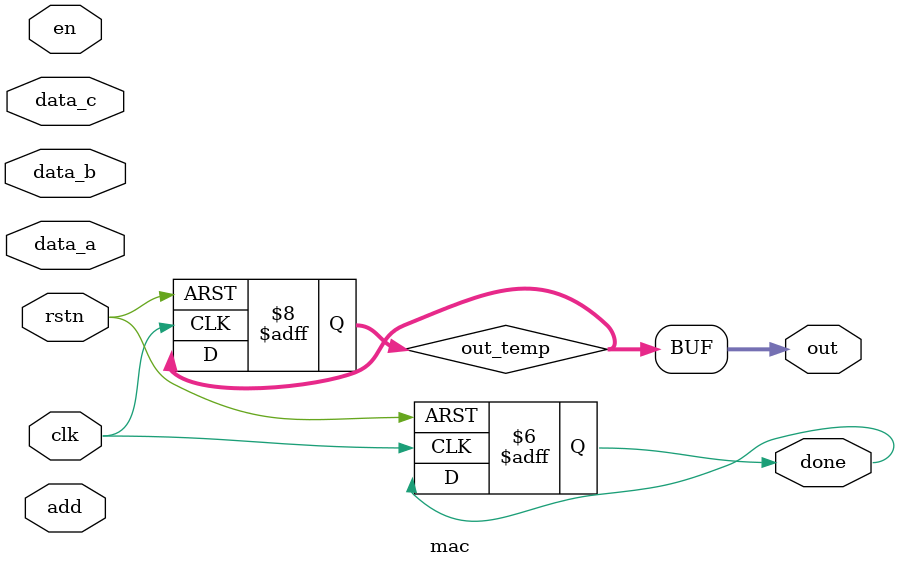
<source format=v>

module mac #(
    parameter integer A_BITWIDTH = 8,
    parameter integer B_BITWIDTH = A_BITWIDTH,
    parameter integer OUT_BITWIDTH = 20,
    parameter integer C_BITWIDTH = OUT_BITWIDTH - 1
)
(
    input                                   clk,
    input                                   rstn,
    input                                   en,
    input                                   add,
    input  [A_BITWIDTH-1:0]                 data_a, 
    input  [B_BITWIDTH-1:0]                 data_b,
    input  [C_BITWIDTH-1:0]                 data_c,
    output reg                              done,
    output [OUT_BITWIDTH-1:0]               out
    );

    localparam 
        STATE_IDLE = 2'b00, 
        STATE_MULT = 2'b01, 
        STATE_ACCM = 2'b10;
        
    reg [1:0]                               state;

    reg signed [OUT_BITWIDTH-1:0]           out_temp;

    reg signed [A_BITWIDTH-1:0]             data_a_bf;
    reg signed [B_BITWIDTH-1:0]             data_b_bf;
    reg signed [C_BITWIDTH-1:0]             data_c_bf;

    assign out = out_temp;

    always @ (posedge clk or negedge rstn) begin
        if(!rstn) begin
            state <= STATE_IDLE;
            
            data_a_bf <= {A_BITWIDTH{1'b0}};
            data_b_bf <= {B_BITWIDTH{1'b0}};
            data_c_bf <= {C_BITWIDTH{1'b0}};

            done <= 1'b0;
            out_temp <={OUT_BITWIDTH{1'b0}};
        end
        else begin
            case(state)
                STATE_IDLE: begin
                // TO DO
                // Done flag reset!
                    if(en && !done) begin
                    // If en == 1 and done != 1, then running state.
                    // And capture data_a, data_b, data_c to buffer
                    end
                    else begin
                    // If not, just waiting for condition.
                    end
                end
                STATE_MULT: begin
                // TO DO
                    if (!add) begin
                    // If add signal is low, do muliply with data_a_bf and data_b_bf.
                    end
                    else begin
                    // If add signal is high, shift data_a_bf to match bit representation.        
                    end
                end
                STATE_ACCM: begin
                // TO DO
                // Do add and make output 'done' flag high.( done = 1)
                end
                default:;
           endcase
       end
    end
endmodule

</source>
